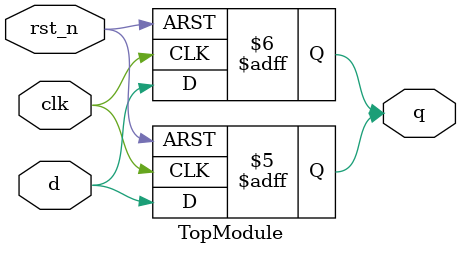
<source format=sv>
module TopModule (
    input logic clk,
    input logic rst_n,
    input logic d,
    output logic q
);

    // Alternative processes to emulate dual-edge behavior
    always_ff @(posedge clk or negedge rst_n) begin
        if (!rst_n)
            q <= 1'b0;
        else
            q <= d;
    end

    always_ff @(negedge clk or negedge rst_n) begin
        if (!rst_n)
            q <= 1'b0;
        else
            q <= d;
    end

endmodule
</source>
